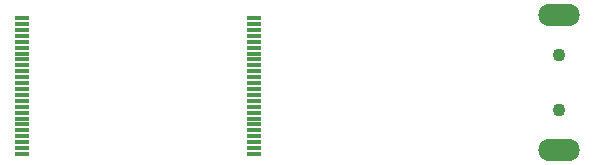
<source format=gbr>
%TF.GenerationSoftware,KiCad,Pcbnew,(6.0.5)*%
%TF.CreationDate,2023-05-24T20:51:29+03:00*%
%TF.ProjectId,USB_MASS_STORAGE_DEVICE,5553425f-4d41-4535-935f-53544f524147,rev?*%
%TF.SameCoordinates,Original*%
%TF.FileFunction,Soldermask,Bot*%
%TF.FilePolarity,Negative*%
%FSLAX46Y46*%
G04 Gerber Fmt 4.6, Leading zero omitted, Abs format (unit mm)*
G04 Created by KiCad (PCBNEW (6.0.5)) date 2023-05-24 20:51:29*
%MOMM*%
%LPD*%
G01*
G04 APERTURE LIST*
%ADD10R,1.275000X0.300000*%
%ADD11C,1.100000*%
%ADD12O,3.500000X1.900000*%
G04 APERTURE END LIST*
D10*
%TO.C,K9GAG08U0E*%
X118562000Y-101875000D03*
X118562000Y-101375000D03*
X118562000Y-100875000D03*
X118562000Y-100375000D03*
X118562000Y-99875000D03*
X118562000Y-99375000D03*
X118562000Y-98875000D03*
X118562000Y-98375000D03*
X118562000Y-97875000D03*
X118562000Y-97375000D03*
X118562000Y-96875000D03*
X118562000Y-96375000D03*
X118562000Y-95875000D03*
X118562000Y-95375000D03*
X118562000Y-94875000D03*
X118562000Y-94375000D03*
X118562000Y-93875000D03*
X118562000Y-93375000D03*
X118562000Y-92875000D03*
X118562000Y-92375000D03*
X118562000Y-91875000D03*
X118562000Y-91375000D03*
X118562000Y-90875000D03*
X118562000Y-90375000D03*
X138238000Y-90375000D03*
X138238000Y-90875000D03*
X138238000Y-91375000D03*
X138238000Y-91875000D03*
X138238000Y-92375000D03*
X138238000Y-92875000D03*
X138238000Y-93375000D03*
X138238000Y-93875000D03*
X138238000Y-94375000D03*
X138238000Y-94875000D03*
X138238000Y-95375000D03*
X138238000Y-95875000D03*
X138238000Y-96375000D03*
X138238000Y-96875000D03*
X138238000Y-97375000D03*
X138238000Y-97875000D03*
X138238000Y-98375000D03*
X138238000Y-98875000D03*
X138238000Y-99375000D03*
X138238000Y-99875000D03*
X138238000Y-100375000D03*
X138238000Y-100875000D03*
X138238000Y-101375000D03*
X138238000Y-101875000D03*
%TD*%
D11*
%TO.C,REF\u002A\u002A*%
X164050000Y-98125000D03*
X164050000Y-93525000D03*
D12*
X164050000Y-101525000D03*
X164050000Y-90125000D03*
%TD*%
M02*

</source>
